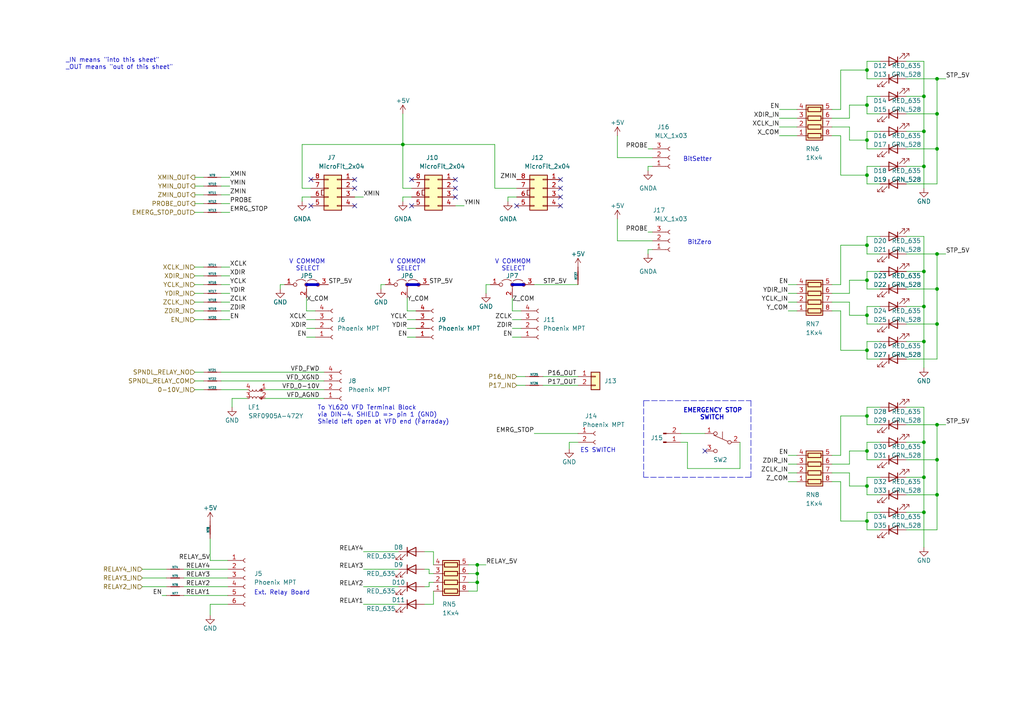
<source format=kicad_sch>
(kicad_sch (version 20211123) (generator eeschema)
  (paper "A4")
  (title_block (title "Shapeoko LPT Interface — Connector") (date "2022-06-02") (rev "2.0"))
  (junction (at 271.78 123.19))
  (junction (at 116.84 41.91))
  (junction (at 138.43 163.83))
  (junction (at 251.46 151.13))
  (junction (at 251.46 101.6))
  (junction (at 251.46 71.12))
  (junction (at 251.46 30.48))
  (junction (at 267.97 128.27))
  (junction (at 271.78 43.18))
  (junction (at 267.97 48.26))
  (junction (at 271.78 22.86))
  (junction (at 251.46 81.28))
  (junction (at 251.46 40.64))
  (junction (at 271.78 143.51))
  (junction (at 267.97 27.94))
  (junction (at 251.46 50.8))
  (junction (at 267.97 99.06))
  (junction (at 251.46 120.65))
  (junction (at 271.78 133.35))
  (junction (at 267.97 78.74))
  (junction (at 271.78 33.02))
  (junction (at 251.46 140.97))
  (junction (at 251.46 130.81))
  (junction (at 267.97 138.43))
  (junction (at 267.97 38.1))
  (junction (at 271.78 83.82))
  (junction (at 271.78 73.66))
  (junction (at 138.43 166.37))
  (junction (at 138.43 168.91))
  (junction (at 267.97 88.9))
  (junction (at 271.78 93.98))
  (junction (at 267.97 148.59))
  (junction (at 251.46 20.32))
  (junction (at 251.46 91.44))
  (no_connect (at 162.56 52.07))
  (no_connect (at 162.56 54.61))
  (no_connect (at 132.08 52.07))
  (no_connect (at 132.08 57.15))
  (no_connect (at 102.87 52.07))
  (no_connect (at 102.87 54.61))
  (no_connect (at 102.87 59.69))
  (no_connect (at 90.17 52.07))
  (no_connect (at 90.17 59.69))
  (no_connect (at 162.56 59.69))
  (no_connect (at 119.38 52.07))
  (no_connect (at 132.08 54.61))
  (no_connect (at 204.47 130.81))
  (no_connect (at 149.86 59.69))
  (no_connect (at 162.56 57.15))
  (no_connect (at 119.38 59.69))
  (wire (pts (xy 60.96 175.26) (xy 60.96 178.435)))
  (wire (pts (xy 60.96 156.21) (xy 60.96 162.56)))
  (wire (pts (xy 64.135 110.49) (xy 93.98 110.49)))
  (wire (pts (xy 251.46 148.59) (xy 251.46 151.13)))
  (polyline (pts (xy 148.59 82.55) (xy 151.892 82.55)) (stroke (width 0.8) (type solid)))
  (wire (pts (xy 231.14 139.7) (xy 228.6 139.7)))
  (wire (pts (xy 105.41 175.26) (xy 115.57 175.26)))
  (wire (pts (xy 228.6 132.08) (xy 231.14 132.08)))
  (wire (pts (xy 267.97 38.1) (xy 267.97 48.26)))
  (wire (pts (xy 148.59 95.25) (xy 151.13 95.25)))
  (wire (pts (xy 53.34 172.72) (xy 66.04 172.72)))
  (wire (pts (xy 88.9 95.25) (xy 91.44 95.25)))
  (wire (pts (xy 246.38 87.63) (xy 246.38 91.44)))
  (wire (pts (xy 267.97 128.27) (xy 267.97 138.43)))
  (wire (pts (xy 271.78 93.98) (xy 271.78 104.14)))
  (wire (pts (xy 228.6 82.55) (xy 231.14 82.55)))
  (wire (pts (xy 154.94 125.73) (xy 167.64 125.73)))
  (wire (pts (xy 262.89 78.74) (xy 267.97 78.74)))
  (wire (pts (xy 243.84 101.6) (xy 251.46 101.6)))
  (wire (pts (xy 255.27 99.06) (xy 251.46 99.06)))
  (wire (pts (xy 228.6 137.16) (xy 231.14 137.16)))
  (wire (pts (xy 132.08 59.69) (xy 134.62 59.69)))
  (wire (pts (xy 187.96 67.31) (xy 189.23 67.31)))
  (wire (pts (xy 267.97 17.78) (xy 267.97 27.94)))
  (wire (pts (xy 66.04 175.26) (xy 60.96 175.26)))
  (wire (pts (xy 148.59 97.79) (xy 151.13 97.79)))
  (wire (pts (xy 41.275 165.1) (xy 48.26 165.1)))
  (wire (pts (xy 102.87 57.15) (xy 105.41 57.15)))
  (wire (pts (xy 251.46 153.67) (xy 255.27 153.67)))
  (wire (pts (xy 231.14 90.17) (xy 228.6 90.17)))
  (wire (pts (xy 116.84 57.15) (xy 119.38 57.15)))
  (wire (pts (xy 251.46 91.44) (xy 251.46 93.98)))
  (wire (pts (xy 271.78 43.18) (xy 271.78 33.02)))
  (wire (pts (xy 179.07 39.37) (xy 179.07 45.72)))
  (wire (pts (xy 251.46 78.74) (xy 255.27 78.74)))
  (wire (pts (xy 241.3 31.75) (xy 243.84 31.75)))
  (wire (pts (xy 123.19 160.02) (xy 125.73 160.02)))
  (wire (pts (xy 251.46 22.86) (xy 251.46 20.32)))
  (wire (pts (xy 88.9 90.17) (xy 88.9 86.36)))
  (wire (pts (xy 255.27 138.43) (xy 251.46 138.43)))
  (wire (pts (xy 246.38 134.62) (xy 246.38 130.81)))
  (wire (pts (xy 251.46 140.97) (xy 251.46 143.51)))
  (wire (pts (xy 251.46 17.78) (xy 255.27 17.78)))
  (wire (pts (xy 271.78 153.67) (xy 262.89 153.67)))
  (wire (pts (xy 56.515 59.055) (xy 59.055 59.055)))
  (wire (pts (xy 124.46 168.91) (xy 125.73 168.91)))
  (wire (pts (xy 251.46 118.11) (xy 251.46 120.65)))
  (wire (pts (xy 271.78 22.86) (xy 262.89 22.86)))
  (wire (pts (xy 251.46 101.6) (xy 251.46 104.14)))
  (wire (pts (xy 251.46 68.58) (xy 251.46 71.12)))
  (wire (pts (xy 140.97 82.55) (xy 140.97 85.09)))
  (wire (pts (xy 262.89 33.02) (xy 271.78 33.02)))
  (wire (pts (xy 67.31 115.57) (xy 71.755 115.57)))
  (wire (pts (xy 135.89 166.37) (xy 138.43 166.37)))
  (wire (pts (xy 251.46 48.26) (xy 251.46 50.8)))
  (wire (pts (xy 251.46 138.43) (xy 251.46 140.97)))
  (wire (pts (xy 87.63 54.61) (xy 90.17 54.61)))
  (wire (pts (xy 267.97 48.26) (xy 267.97 54.61)))
  (wire (pts (xy 251.46 123.19) (xy 255.27 123.19)))
  (wire (pts (xy 64.135 92.71) (xy 66.675 92.71)))
  (wire (pts (xy 267.97 78.74) (xy 267.97 68.58)))
  (wire (pts (xy 110.49 82.55) (xy 111.76 82.55)))
  (wire (pts (xy 251.46 53.34) (xy 251.46 50.8)))
  (wire (pts (xy 243.84 90.17) (xy 243.84 101.6)))
  (wire (pts (xy 56.515 77.47) (xy 59.055 77.47)))
  (wire (pts (xy 262.89 17.78) (xy 267.97 17.78)))
  (wire (pts (xy 125.73 160.02) (xy 125.73 163.83)))
  (wire (pts (xy 246.38 40.64) (xy 251.46 40.64)))
  (wire (pts (xy 267.97 148.59) (xy 267.97 158.75)))
  (wire (pts (xy 267.97 88.9) (xy 267.97 99.06)))
  (wire (pts (xy 179.07 63.5) (xy 179.07 69.85)))
  (wire (pts (xy 251.46 130.81) (xy 251.46 128.27)))
  (wire (pts (xy 251.46 81.28) (xy 251.46 78.74)))
  (wire (pts (xy 251.46 133.35) (xy 251.46 130.81)))
  (wire (pts (xy 56.515 61.595) (xy 59.055 61.595)))
  (wire (pts (xy 241.3 134.62) (xy 246.38 134.62)))
  (wire (pts (xy 64.135 113.03) (xy 71.755 113.03)))
  (wire (pts (xy 251.46 143.51) (xy 255.27 143.51)))
  (wire (pts (xy 246.38 81.28) (xy 251.46 81.28)))
  (wire (pts (xy 255.27 88.9) (xy 251.46 88.9)))
  (wire (pts (xy 262.89 148.59) (xy 267.97 148.59)))
  (wire (pts (xy 87.63 41.91) (xy 87.63 54.61)))
  (wire (pts (xy 262.89 68.58) (xy 267.97 68.58)))
  (wire (pts (xy 105.41 170.18) (xy 115.57 170.18)))
  (wire (pts (xy 251.46 30.48) (xy 251.46 27.94)))
  (wire (pts (xy 251.46 27.94) (xy 255.27 27.94)))
  (wire (pts (xy 241.3 82.55) (xy 243.84 82.55)))
  (wire (pts (xy 246.38 140.97) (xy 251.46 140.97)))
  (wire (pts (xy 271.78 93.98) (xy 271.78 83.82)))
  (wire (pts (xy 105.41 165.1) (xy 115.57 165.1)))
  (wire (pts (xy 76.835 113.03) (xy 93.98 113.03)))
  (wire (pts (xy 274.32 22.86) (xy 271.78 22.86)))
  (wire (pts (xy 56.515 110.49) (xy 59.055 110.49)))
  (wire (pts (xy 88.9 92.71) (xy 91.44 92.71)))
  (wire (pts (xy 199.39 135.89) (xy 199.39 128.27)))
  (wire (pts (xy 46.99 172.72) (xy 48.26 172.72)))
  (wire (pts (xy 243.84 50.8) (xy 251.46 50.8)))
  (wire (pts (xy 241.3 85.09) (xy 246.38 85.09)))
  (wire (pts (xy 53.34 170.18) (xy 66.04 170.18)))
  (wire (pts (xy 110.49 83.82) (xy 110.49 82.55)))
  (wire (pts (xy 64.135 59.055) (xy 66.675 59.055)))
  (wire (pts (xy 87.63 57.15) (xy 90.17 57.15)))
  (wire (pts (xy 255.27 148.59) (xy 251.46 148.59)))
  (wire (pts (xy 56.515 82.55) (xy 59.055 82.55)))
  (wire (pts (xy 157.48 111.76) (xy 167.64 111.76)))
  (wire (pts (xy 64.135 87.63) (xy 66.675 87.63)))
  (wire (pts (xy 64.135 77.47) (xy 66.675 77.47)))
  (wire (pts (xy 271.78 143.51) (xy 271.78 153.67)))
  (wire (pts (xy 125.73 175.26) (xy 125.73 171.45)))
  (wire (pts (xy 226.06 31.75) (xy 231.14 31.75)))
  (wire (pts (xy 271.78 33.02) (xy 271.78 22.86)))
  (wire (pts (xy 148.59 92.71) (xy 151.13 92.71)))
  (wire (pts (xy 56.515 51.435) (xy 59.055 51.435)))
  (wire (pts (xy 243.84 20.32) (xy 251.46 20.32)))
  (wire (pts (xy 135.89 163.83) (xy 138.43 163.83)))
  (wire (pts (xy 251.46 128.27) (xy 255.27 128.27)))
  (wire (pts (xy 123.19 165.1) (xy 124.46 165.1)))
  (wire (pts (xy 246.38 137.16) (xy 246.38 140.97)))
  (wire (pts (xy 262.89 83.82) (xy 271.78 83.82)))
  (wire (pts (xy 56.515 80.01) (xy 59.055 80.01)))
  (wire (pts (xy 228.6 85.09) (xy 231.14 85.09)))
  (wire (pts (xy 147.32 58.42) (xy 147.32 57.15)))
  (wire (pts (xy 154.94 82.55) (xy 167.64 82.55)))
  (wire (pts (xy 251.46 33.02) (xy 255.27 33.02)))
  (wire (pts (xy 41.275 167.64) (xy 48.26 167.64)))
  (wire (pts (xy 243.84 39.37) (xy 243.84 50.8)))
  (wire (pts (xy 262.89 123.19) (xy 271.78 123.19)))
  (wire (pts (xy 251.46 22.86) (xy 255.27 22.86)))
  (wire (pts (xy 262.89 128.27) (xy 267.97 128.27)))
  (wire (pts (xy 243.84 31.75) (xy 243.84 20.32)))
  (wire (pts (xy 262.89 104.14) (xy 271.78 104.14)))
  (wire (pts (xy 262.89 48.26) (xy 267.97 48.26)))
  (wire (pts (xy 64.135 61.595) (xy 66.675 61.595)))
  (wire (pts (xy 197.485 125.73) (xy 204.47 125.73)))
  (wire (pts (xy 267.97 88.9) (xy 267.97 78.74)))
  (wire (pts (xy 81.28 83.82) (xy 81.28 82.55)))
  (wire (pts (xy 251.46 68.58) (xy 255.27 68.58)))
  (wire (pts (xy 149.86 109.22) (xy 152.4 109.22)))
  (wire (pts (xy 187.96 43.18) (xy 189.23 43.18)))
  (wire (pts (xy 56.515 56.515) (xy 59.055 56.515)))
  (wire (pts (xy 271.78 123.19) (xy 274.32 123.19)))
  (wire (pts (xy 262.89 93.98) (xy 271.78 93.98)))
  (wire (pts (xy 53.34 165.1) (xy 66.04 165.1)))
  (wire (pts (xy 64.135 53.975) (xy 66.675 53.975)))
  (wire (pts (xy 226.06 36.83) (xy 231.14 36.83)))
  (wire (pts (xy 262.89 118.11) (xy 267.97 118.11)))
  (wire (pts (xy 147.32 57.15) (xy 149.86 57.15)))
  (wire (pts (xy 251.46 43.18) (xy 251.46 40.64)))
  (wire (pts (xy 81.28 82.55) (xy 82.55 82.55)))
  (wire (pts (xy 140.97 82.55) (xy 142.24 82.55)))
  (polyline (pts (xy 186.69 116.205) (xy 186.69 138.43)))
  (wire (pts (xy 87.63 58.42) (xy 87.63 57.15)))
  (wire (pts (xy 251.46 71.12) (xy 251.46 73.66)))
  (wire (pts (xy 255.27 118.11) (xy 251.46 118.11)))
  (wire (pts (xy 143.51 54.61) (xy 149.86 54.61)))
  (wire (pts (xy 241.3 139.7) (xy 243.84 139.7)))
  (wire (pts (xy 116.84 58.42) (xy 116.84 57.15)))
  (wire (pts (xy 64.135 51.435) (xy 66.675 51.435)))
  (wire (pts (xy 251.46 88.9) (xy 251.46 91.44)))
  (wire (pts (xy 64.135 85.09) (xy 66.675 85.09)))
  (wire (pts (xy 262.89 99.06) (xy 267.97 99.06)))
  (wire (pts (xy 251.46 40.64) (xy 251.46 38.1)))
  (wire (pts (xy 56.515 53.975) (xy 59.055 53.975)))
  (wire (pts (xy 228.6 134.62) (xy 231.14 134.62)))
  (wire (pts (xy 271.78 123.19) (xy 271.78 133.35)))
  (wire (pts (xy 241.3 132.08) (xy 243.84 132.08)))
  (wire (pts (xy 41.275 170.18) (xy 48.26 170.18)))
  (wire (pts (xy 123.19 170.18) (xy 124.46 170.18)))
  (wire (pts (xy 66.04 162.56) (xy 60.96 162.56)))
  (wire (pts (xy 241.3 137.16) (xy 246.38 137.16)))
  (wire (pts (xy 255.27 133.35) (xy 251.46 133.35)))
  (wire (pts (xy 251.46 120.65) (xy 251.46 123.19)))
  (wire (pts (xy 271.78 53.34) (xy 271.78 43.18)))
  (wire (pts (xy 88.9 90.17) (xy 91.44 90.17)))
  (wire (pts (xy 124.46 170.18) (xy 124.46 168.91)))
  (wire (pts (xy 118.11 95.25) (xy 120.65 95.25)))
  (wire (pts (xy 149.86 111.76) (xy 152.4 111.76)))
  (wire (pts (xy 138.43 166.37) (xy 138.43 168.91)))
  (wire (pts (xy 105.41 160.02) (xy 115.57 160.02)))
  (wire (pts (xy 64.135 107.95) (xy 93.98 107.95)))
  (wire (pts (xy 246.38 85.09) (xy 246.38 81.28)))
  (polyline (pts (xy 217.805 138.43) (xy 186.69 138.43)))
  (wire (pts (xy 243.84 132.08) (xy 243.84 120.65)))
  (wire (pts (xy 262.89 138.43) (xy 267.97 138.43)))
  (wire (pts (xy 64.135 56.515) (xy 66.675 56.515)))
  (wire (pts (xy 241.3 90.17) (xy 243.84 90.17)))
  (wire (pts (xy 267.97 99.06) (xy 267.97 106.68)))
  (wire (pts (xy 148.59 90.17) (xy 151.13 90.17)))
  (wire (pts (xy 246.38 34.29) (xy 246.38 30.48)))
  (wire (pts (xy 251.46 33.02) (xy 251.46 30.48)))
  (wire (pts (xy 179.07 69.85) (xy 189.23 69.85)))
  (wire (pts (xy 165.1 128.27) (xy 167.64 128.27)))
  (wire (pts (xy 124.46 166.37) (xy 125.73 166.37)))
  (wire (pts (xy 241.3 39.37) (xy 243.84 39.37)))
  (wire (pts (xy 262.89 133.35) (xy 271.78 133.35)))
  (wire (pts (xy 88.9 97.79) (xy 91.44 97.79)))
  (wire (pts (xy 118.11 97.79) (xy 120.65 97.79)))
  (wire (pts (xy 116.84 41.91) (xy 116.84 54.61)))
  (wire (pts (xy 76.835 115.57) (xy 93.98 115.57)))
  (wire (pts (xy 135.89 171.45) (xy 138.43 171.45)))
  (wire (pts (xy 64.135 80.01) (xy 66.675 80.01)))
  (wire (pts (xy 226.06 34.29) (xy 231.14 34.29)))
  (wire (pts (xy 255.27 83.82) (xy 251.46 83.82)))
  (wire (pts (xy 124.46 165.1) (xy 124.46 166.37)))
  (wire (pts (xy 118.11 92.71) (xy 120.65 92.71)))
  (wire (pts (xy 262.89 53.34) (xy 271.78 53.34)))
  (wire (pts (xy 123.19 175.26) (xy 125.73 175.26)))
  (wire (pts (xy 118.11 86.36) (xy 118.11 90.17)))
  (wire (pts (xy 262.89 38.1) (xy 267.97 38.1)))
  (wire (pts (xy 143.51 41.91) (xy 116.84 41.91)))
  (wire (pts (xy 187.96 72.39) (xy 189.23 72.39)))
  (wire (pts (xy 267.97 118.11) (xy 267.97 128.27)))
  (polyline (pts (xy 88.9 82.55) (xy 92.202 82.55)) (stroke (width 0.8) (type solid)))
  (wire (pts (xy 271.78 133.35) (xy 271.78 143.51)))
  (wire (pts (xy 116.84 54.61) (xy 119.38 54.61)))
  (wire (pts (xy 251.46 93.98) (xy 255.27 93.98)))
  (wire (pts (xy 262.89 73.66) (xy 271.78 73.66)))
  (wire (pts (xy 243.84 120.65) (xy 251.46 120.65)))
  (wire (pts (xy 246.38 36.83) (xy 246.38 40.64)))
  (wire (pts (xy 251.46 38.1) (xy 255.27 38.1)))
  (wire (pts (xy 251.46 83.82) (xy 251.46 81.28)))
  (wire (pts (xy 187.96 73.66) (xy 187.96 72.39)))
  (wire (pts (xy 251.46 73.66) (xy 255.27 73.66)))
  (wire (pts (xy 228.6 87.63) (xy 231.14 87.63)))
  (wire (pts (xy 53.34 167.64) (xy 66.04 167.64)))
  (wire (pts (xy 262.89 143.51) (xy 271.78 143.51)))
  (wire (pts (xy 214.63 128.27) (xy 214.63 135.89)))
  (wire (pts (xy 241.3 36.83) (xy 246.38 36.83)))
  (wire (pts (xy 243.84 82.55) (xy 243.84 71.12)))
  (wire (pts (xy 64.135 82.55) (xy 66.675 82.55)))
  (wire (pts (xy 199.39 128.27) (xy 197.485 128.27)))
  (wire (pts (xy 255.27 53.34) (xy 251.46 53.34)))
  (wire (pts (xy 271.78 73.66) (xy 274.32 73.66)))
  (wire (pts (xy 56.515 90.17) (xy 59.055 90.17)))
  (wire (pts (xy 138.43 163.83) (xy 140.97 163.83)))
  (wire (pts (xy 251.46 104.14) (xy 255.27 104.14)))
  (wire (pts (xy 56.515 92.71) (xy 59.055 92.71)))
  (wire (pts (xy 165.1 130.175) (xy 165.1 128.27)))
  (wire (pts (xy 267.97 138.43) (xy 267.97 148.59)))
  (wire (pts (xy 243.84 71.12) (xy 251.46 71.12)))
  (wire (pts (xy 214.63 135.89) (xy 199.39 135.89)))
  (wire (pts (xy 246.38 30.48) (xy 251.46 30.48)))
  (polyline (pts (xy 186.69 116.205) (xy 217.805 116.205)))
  (wire (pts (xy 226.06 39.37) (xy 231.14 39.37)))
  (wire (pts (xy 243.84 151.13) (xy 251.46 151.13)))
  (wire (pts (xy 271.78 83.82) (xy 271.78 73.66)))
  (wire (pts (xy 56.515 113.03) (xy 59.055 113.03)))
  (wire (pts (xy 64.135 90.17) (xy 66.675 90.17)))
  (wire (pts (xy 187.96 49.53) (xy 187.96 48.26)))
  (wire (pts (xy 148.59 86.36) (xy 148.59 90.17)))
  (wire (pts (xy 118.11 90.17) (xy 120.65 90.17)))
  (wire (pts (xy 116.84 33.02) (xy 116.84 41.91)))
  (wire (pts (xy 243.84 139.7) (xy 243.84 151.13)))
  (wire (pts (xy 187.96 48.26) (xy 189.23 48.26)))
  (wire (pts (xy 262.89 43.18) (xy 271.78 43.18)))
  (wire (pts (xy 251.46 99.06) (xy 251.46 101.6)))
  (wire (pts (xy 143.51 54.61) (xy 143.51 41.91)))
  (wire (pts (xy 56.515 107.95) (xy 59.055 107.95)))
  (wire (pts (xy 262.89 88.9) (xy 267.97 88.9)))
  (wire (pts (xy 87.63 41.91) (xy 116.84 41.91)))
  (wire (pts (xy 135.89 168.91) (xy 138.43 168.91)))
  (wire (pts (xy 246.38 130.81) (xy 251.46 130.81)))
  (wire (pts (xy 246.38 91.44) (xy 251.46 91.44)))
  (wire (pts (xy 157.48 109.22) (xy 167.64 109.22)))
  (wire (pts (xy 138.43 168.91) (xy 138.43 171.45)))
  (wire (pts (xy 267.97 27.94) (xy 267.97 38.1)))
  (wire (pts (xy 67.31 118.11) (xy 67.31 115.57)))
  (wire (pts (xy 179.07 45.72) (xy 189.23 45.72)))
  (wire (pts (xy 255.27 48.26) (xy 251.46 48.26)))
  (wire (pts (xy 138.43 163.83) (xy 138.43 166.37)))
  (wire (pts (xy 56.515 87.63) (xy 59.055 87.63)))
  (wire (pts (xy 251.46 151.13) (xy 251.46 153.67)))
  (wire (pts (xy 241.3 87.63) (xy 246.38 87.63)))
  (wire (pts (xy 251.46 20.32) (xy 251.46 17.78)))
  (wire (pts (xy 251.46 43.18) (xy 255.27 43.18)))
  (wire (pts (xy 262.89 27.94) (xy 267.97 27.94)))
  (polyline (pts (xy 217.805 116.205) (xy 217.805 138.43)))
  (wire (pts (xy 56.515 85.09) (xy 59.055 85.09)))
  (polyline (pts (xy 118.11 82.55) (xy 121.412 82.55)) (stroke (width 0.8) (type solid)))
  (wire (pts (xy 241.3 34.29) (xy 246.38 34.29)))
  (text "BitZero" (at 199.39 71.12 0) (effects (font (size 1.27 1.27)) (justify left bottom)))
  (text "BitSetter" (at 198.12 46.99 0) (effects (font (size 1.27 1.27)) (justify left bottom)))
  (text "To YL620 VFD Terminal Block\nvia DIN-4. SHIELD => pin 1 (GND)\nShield left open at VFD end (Farraday)" (at 92.075 123.19 0) (effects (font (size 1.27 1.27)) (justify left bottom)))
  (text "Ext. Relay Board" (at 73.66 172.72 0) (effects (font (size 1.27 1.27)) (justify left bottom)))
  (text "ES SWITCH" (at 168.275 131.445 0) (effects (font (size 1.27 1.27)) (justify left bottom)))
  (text "V COMMOM\n  SELECT" (at 143.51 78.74 0) (effects (font (size 1.27 1.27)) (justify left bottom)))
  (text "V COMMOM\n  SELECT" (at 113.03 78.74 0) (effects (font (size 1.27 1.27)) (justify left bottom)))
  (text "EMERGENCY STOP\n     SWITCH" (at 198.12 121.92 0) (effects (font (size 1.27 1.27) (thickness 0.254) bold) (justify left bottom)))
  (text "_IN means \"into this sheet\"\n_OUT means \"out of this sheet\"" (at 19.05 20.32 0) (effects (font (size 1.27 1.27)) (justify left bottom)))
  (text "V COMMOM\n  SELECT" (at 83.82 78.74 0) (effects (font (size 1.27 1.27)) (justify left bottom)))
  (label "ZDIR" (at 148.59 95.25 180))
  (label "RELAY4" (at 60.96 165.1 180))
  (label "PROBE" (at 66.675 59.055 0))
  (label "P16_OUT" (at 158.75 109.22 0))
  (label "XMIN" (at 66.675 51.435 0))
  (label "VFD_AGND" (at 92.71 115.57 180))
  (label "ZMIN" (at 149.86 52.07 180))
  (label "RELAY3" (at 105.41 165.1 180))
  (label "RELAY_5V" (at 60.96 162.56 180))
  (label "RELAY1" (at 105.41 175.26 180))
  (label "RELAY_5V" (at 140.97 163.83 0))
  (label "ZCLK_IN" (at 228.6 137.16 180))
  (label "PROBE" (at 187.96 67.31 180))
  (label "X_COM" (at 88.9 87.63 0))
  (label "P17_OUT" (at 158.75 111.76 0))
  (label "Z_COM" (at 148.59 87.63 0))
  (label "XDIR" (at 88.9 95.25 180))
  (label "STP_5V" (at 274.32 123.19 0))
  (label "XCLK" (at 66.675 77.47 0))
  (label "XDIR" (at 66.675 80.01 0))
  (label "RELAY3" (at 60.96 167.64 180))
  (label "EN" (at 228.6 132.08 180))
  (label "XCLK" (at 88.9 92.71 180))
  (label "EN" (at 228.6 82.55 180))
  (label "Z_COM" (at 228.6 139.7 180))
  (label "EN" (at 46.99 172.72 180))
  (label "PROBE" (at 187.96 43.18 180))
  (label "ZCLK" (at 66.675 87.63 0))
  (label "STP_5V" (at 124.46 82.55 0))
  (label "RELAY4" (at 105.41 160.02 180))
  (label "STP_5V" (at 274.32 73.66 0))
  (label "ZMIN" (at 66.675 56.515 0))
  (label "Y_COM" (at 118.11 87.63 0))
  (label "ZDIR_IN" (at 228.6 134.62 180))
  (label "STP_5V" (at 95.25 82.55 0))
  (label "Y_COM" (at 228.6 90.17 180))
  (label "ZDIR" (at 66.675 90.17 0))
  (label "YCLK" (at 66.675 82.55 0))
  (label "XCLK_IN" (at 226.06 36.83 180))
  (label "STP_5V" (at 157.48 82.55 0))
  (label "ZCLK" (at 148.59 92.71 180))
  (label "VFD_XGND" (at 92.71 110.49 180))
  (label "YDIR" (at 118.11 95.25 180))
  (label "XDIR_IN" (at 226.06 34.29 180))
  (label "YDIR_IN" (at 228.6 85.09 180))
  (label "YDIR" (at 66.675 85.09 0))
  (label "VFD_0-10V" (at 92.71 113.03 180))
  (label "RELAY1" (at 60.96 172.72 180))
  (label "XMIN" (at 105.41 57.15 0))
  (label "EMRG_STOP" (at 154.94 125.73 180))
  (label "YCLK" (at 118.11 92.71 180))
  (label "EMRG_STOP" (at 66.675 61.595 0))
  (label "EN" (at 118.11 97.79 180))
  (label "STP_5V" (at 274.32 22.86 0))
  (label "YMIN" (at 66.675 53.975 0))
  (label "EN" (at 148.59 97.79 180))
  (label "YMIN" (at 134.62 59.69 0))
  (label "EN" (at 226.06 31.75 180))
  (label "RELAY2" (at 60.96 170.18 180))
  (label "EN" (at 66.675 92.71 0))
  (label "X_COM" (at 226.06 39.37 180))
  (label "YCLK_IN" (at 228.6 87.63 180))
  (label "VFD_FWD" (at 92.71 107.95 180))
  (label "RELAY2" (at 105.41 170.18 180))
  (label "EN" (at 88.9 97.79 180))
  (hierarchical_label "YDIR_IN" (shape input) (at 56.515 85.09 180))
  (hierarchical_label "ZDIR_IN" (shape input) (at 56.515 90.17 180))
  (hierarchical_label "RELAY2_IN" (shape input) (at 41.275 170.18 180))
  (hierarchical_label "P16_IN" (shape input) (at 149.86 109.22 180))
  (hierarchical_label "P17_IN" (shape input) (at 149.86 111.76 180))
  (hierarchical_label "ZCLK_IN" (shape input) (at 56.515 87.63 180))
  (hierarchical_label "XDIR_IN" (shape input) (at 56.515 80.01 180))
  (hierarchical_label "SPNDL_RELAY_COM" (shape input) (at 56.515 110.49 180))
  (hierarchical_label "YMIN_OUT" (shape output) (at 56.515 53.975 180))
  (hierarchical_label "SPNDL_RELAY_NO" (shape input) (at 56.515 107.95 180))
  (hierarchical_label "EN_IN" (shape input) (at 56.515 92.71 180))
  (hierarchical_label "0-10V_IN" (shape input) (at 56.515 113.03 180))
  (hierarchical_label "YCLK_IN" (shape input) (at 56.515 82.55 180))
  (hierarchical_label "EMERG_STOP_OUT" (shape input) (at 56.515 61.595 180))
  (hierarchical_label "ZMIN_OUT" (shape output) (at 56.515 56.515 180))
  (hierarchical_label "XMIN_OUT" (shape output) (at 56.515 51.435 180))
  (hierarchical_label "RELAY4_IN" (shape input) (at 41.275 165.1 180))
  (hierarchical_label "RELAY3_IN" (shape input) (at 41.275 167.64 180))
  (hierarchical_label "XCLK_IN" (shape input) (at 56.515 77.47 180))
  (hierarchical_label "PROBE_OUT" (shape output) (at 56.515 59.055 180))
  (symbol (lib_id "Device:LED") (at 259.08 133.35 0) (unit 1)
    (property "Reference" "D31" (at 255.27 132.08 0))
    (property "Value" "GRN_528" (at 262.89 132.08 0))
    (property "Footprint" "-Project:LED_0402_DOT" (effects hide))
    (property "JLCMFR#" "NCD0402G1" (effects hide))
    (property "JLCMOQ" "20" (effects hide))
    (property "JLCPART" "C130723" (effects hide))
    (property "E14MFR#" "5988A80107F" (effects hide))
    (property "E14MOQ" "5" (effects hide))
    (property "E14PART" "3131550" (effects hide))
  )
  (symbol (lib_id "Jumper:Jumper_3_Open") (at 88.9 82.55 0) (unit 1)
    (property "Reference" "JP5" (at 88.9 80.01 0))
    (property "Value" "Jumper_3_Open" (effects hide))
    (property "Footprint" "Connector_PinHeader_2.54mm:PinHeader_1x03_P2.54mm_Vertical" (effects hide))
    (property "JLCMFR#" "DNI" (effects hide))
    (property "JLCPART" "DNI" (effects hide))
    (property "E14MOQ" "0" (effects hide))
    (property "JLCMOQ" "0" (effects hide))
    (property "E14MFR#" "DNI" (effects hide))
    (property "E14PART" "DNI" (effects hide))
  )
  (symbol (lib_id "Device:LED") (at 259.08 22.86 0) (unit 1)
    (property "Reference" "D13" (at 255.27 21.59 0))
    (property "Value" "GRN_528" (at 262.89 21.59 0))
    (property "Footprint" "-Project:LED_0402_DOT" (effects hide))
    (property "JLCMFR#" "NCD0402G1" (effects hide))
    (property "JLCMOQ" "20" (effects hide))
    (property "JLCPART" "C130723" (effects hide))
    (property "E14MFR#" "5988A80107F" (effects hide))
    (property "E14MOQ" "5" (effects hide))
    (property "E14PART" "3131550" (effects hide))
  )
  (symbol (lib_id "power:GND") (at 67.31 118.11 0) (unit 1)
    (property "Reference" "#PWR042" (effects hide))
    (property "Value" "GND" (at 67.31 121.92 0))
  )
  (symbol (lib_id "3rd-party:NT_2_TT") (at 154.94 109.22 0) (unit 1)
    (property "Reference" "NT25" (at 154.94 108.62 0) (effects (font (size 0.6 0.6))))
    (property "Value" "DNI" (effects hide))
    (property "Footprint" "-Project:NetTie-2_SMD_Pad0.3mm" (effects hide))
    (property "E14MFR#" "DNI" (effects hide))
    (property "JLCMFR#" "DNI" (effects hide))
    (property "JLCPART" "DNI" (effects hide))
    (property "E14MOQ" "0" (effects hide))
    (property "E14PART" "DNI" (effects hide))
    (property "JLCMOQ" "0" (effects hide))
  )
  (symbol (lib_id "3rd-party:NT_2_TT") (at 50.8 172.72 0) (unit 1)
    (property "Reference" "NT7" (at 50.8 172.12 0) (effects (font (size 0.6 0.6))))
    (property "Value" "DNI" (effects hide))
    (property "Footprint" "-Project:NetTie-2_SMD_Pad0.3mm" (effects hide))
    (property "E14MFR#" "DNI" (effects hide))
    (property "JLCMFR#" "DNI" (effects hide))
    (property "JLCPART" "DNI" (effects hide))
    (property "E14MOQ" "0" (effects hide))
    (property "E14PART" "DNI" (effects hide))
    (property "JLCMOQ" "0" (effects hide))
  )
  (symbol (lib_id "3rd-party:NT_2_TT") (at 61.595 51.435 0) (unit 1)
    (property "Reference" "NT9" (at 61.595 50.835 0) (effects (font (size 0.6 0.6))))
    (property "Value" "DNI" (effects hide))
    (property "Footprint" "-Project:NetTie-2_SMD_Pad0.3mm" (effects hide))
    (property "E14MFR#" "DNI" (effects hide))
    (property "JLCMFR#" "DNI" (effects hide))
    (property "JLCPART" "DNI" (effects hide))
    (property "E14MOQ" "0" (effects hide))
    (property "E14PART" "DNI" (effects hide))
    (property "JLCMOQ" "0" (effects hide))
  )
  (symbol (lib_id "Device:LED") (at 119.38 170.18 0) (unit 1)
    (property "Reference" "D10" (at 115.57 168.91 0))
    (property "Value" "RED_635" (at 110.49 171.45 0))
    (property "Footprint" "-Project:LED_0402_DOT" (effects hide))
    (property "JLCMFR#" "NCD0402R1" (effects hide))
    (property "JLCMOQ" "20" (effects hide))
    (property "JLCPART" "C130719" (effects hide))
    (property "E14MFR#" "5988A10107F" (effects hide))
    (property "E14MOQ" "5" (effects hide))
    (property "E14PART" "3131545" (effects hide))
  )
  (symbol (lib_id "power:GNDA") (at 147.32 58.42 0) (unit 1)
    (property "Reference" "#PWR063" (effects hide))
    (property "Value" "GNDA" (at 147.32 63.5 0))
  )
  (symbol (lib_id "3rd-party:NT_2_TT") (at 50.8 170.18 0) (unit 1)
    (property "Reference" "NT6" (at 50.8 169.58 0) (effects (font (size 0.6 0.6))))
    (property "Value" "DNI" (effects hide))
    (property "Footprint" "-Project:NetTie-2_SMD_Pad0.3mm" (effects hide))
    (property "E14MFR#" "DNI" (effects hide))
    (property "JLCMFR#" "DNI" (effects hide))
    (property "JLCPART" "DNI" (effects hide))
    (property "E14MOQ" "0" (effects hide))
    (property "E14PART" "DNI" (effects hide))
    (property "JLCMOQ" "0" (effects hide))
  )
  (symbol (lib_id "3rd-party:NT_2_TT") (at 167.64 80.01 90) (unit 1)
    (property "Reference" "NT27" (at 167.04 80.01 0) (effects (font (size 0.6 0.6))))
    (property "Value" "DNI" (effects hide))
    (property "Footprint" "-Project:NetTie-2_SMD_Pad1.0mm" (effects hide))
    (property "E14MFR#" "DNI" (effects hide))
    (property "JLCMFR#" "DNI" (effects hide))
    (property "JLCPART" "DNI" (effects hide))
    (property "E14MOQ" "0" (effects hide))
    (property "E14PART" "DNI" (effects hide))
    (property "JLCMOQ" "0" (effects hide))
  )
  (symbol (lib_id "Device:LED") (at 119.38 160.02 0) (unit 1)
    (property "Reference" "D8" (at 115.57 158.75 0))
    (property "Value" "RED_635" (at 110.49 161.29 0))
    (property "Footprint" "-Project:LED_0402_DOT" (effects hide))
    (property "JLCMFR#" "NCD0402R1" (effects hide))
    (property "JLCMOQ" "20" (effects hide))
    (property "JLCPART" "C130719" (effects hide))
    (property "E14MFR#" "5988A10107F" (effects hide))
    (property "E14MOQ" "5" (effects hide))
    (property "E14PART" "3131545" (effects hide))
  )
  (symbol (lib_id "power:GND") (at 267.97 158.75 0) (unit 1)
    (property "Reference" "#PWR058" (effects hide))
    (property "Value" "GND" (at 267.97 162.56 0))
  )
  (symbol (lib_id "power:+5V") (at 60.96 151.13 0) (unit 1)
    (property "Reference" "#PWR040" (effects hide))
    (property "Value" "+5V" (at 60.96 147.32 0))
  )
  (symbol (lib_id "3rd-party:NT_2_TT") (at 61.595 77.47 0) (unit 1)
    (property "Reference" "NT14" (at 61.595 76.87 0) (effects (font (size 0.6 0.6))))
    (property "Value" "DNI" (effects hide))
    (property "Footprint" "-Project:NetTie-2_SMD_Pad0.3mm" (effects hide))
    (property "E14MFR#" "DNI" (effects hide))
    (property "JLCMFR#" "DNI" (effects hide))
    (property "JLCPART" "DNI" (effects hide))
    (property "E14MOQ" "0" (effects hide))
    (property "E14PART" "DNI" (effects hide))
    (property "JLCMOQ" "0" (effects hide))
  )
  (symbol (lib_id "3rd-party:NT_2_TT") (at 61.595 85.09 0) (unit 1)
    (property "Reference" "NT17" (at 61.595 84.49 0) (effects (font (size 0.6 0.6))))
    (property "Value" "DNI" (effects hide))
    (property "Footprint" "-Project:NetTie-2_SMD_Pad0.3mm" (effects hide))
    (property "E14MFR#" "DNI" (effects hide))
    (property "JLCMFR#" "DNI" (effects hide))
    (property "JLCPART" "DNI" (effects hide))
    (property "E14MOQ" "0" (effects hide))
    (property "E14PART" "DNI" (effects hide))
    (property "JLCMOQ" "0" (effects hide))
  )
  (symbol (lib_id "Device:LED") (at 259.08 83.82 0) (unit 1)
    (property "Reference" "D23" (at 255.27 80.01 0))
    (property "Value" "GRN_528" (at 262.89 82.55 0))
    (property "Footprint" "-Project:LED_0402_DOT" (effects hide))
    (property "JLCMFR#" "NCD0402G1" (effects hide))
    (property "JLCMOQ" "20" (effects hide))
    (property "JLCPART" "C130723" (effects hide))
    (property "E14MFR#" "5988A80107F" (effects hide))
    (property "E14MOQ" "5" (effects hide))
    (property "E14PART" "3131550" (effects hide))
  )
  (symbol (lib_id "3rd-party:NT_2_TT") (at 50.8 167.64 0) (unit 1)
    (property "Reference" "NT5" (at 50.8 167.04 0) (effects (font (size 0.6 0.6))))
    (property "Value" "DNI" (effects hide))
    (property "Footprint" "-Project:NetTie-2_SMD_Pad0.3mm" (effects hide))
    (property "E14MFR#" "DNI" (effects hide))
    (property "JLCMFR#" "DNI" (effects hide))
    (property "JLCPART" "DNI" (effects hide))
    (property "E14MOQ" "0" (effects hide))
    (property "E14PART" "DNI" (effects hide))
    (property "JLCMOQ" "0" (effects hide))
  )
  (symbol (lib_id "3rd-party:MicroFit_3mm_02x04") (at 157.48 54.61 0) (mirror y) (unit 1)
    (property "Reference" "J12" (at 155.8425 45.72 0))
    (property "Value" "MicroFit_2x04" (at 158.75 48.26 0))
    (property "Footprint" "Connector_Molex:Molex_Micro-Fit_3.0_43045-0812_2x04_P3.00mm_Vertical" (effects hide))
    (property "Datasheet" "https://www.farnell.com/datasheets/2696411.pdf" (effects hide))
    (property "E14PART" "1513893" (effects hide))
    (property "JLCMFR#" "538-43045-1027" (effects hide))
    (property "E14MFR#" "43045-1027" (effects hide))
    (property "JLCPART" "Mouser" (effects hide))
    (property "E14MOQ" "1" (effects hide))
    (property "JLCMOQ" "1" (effects hide))
  )
  (symbol (lib_id "power:GNDA") (at 87.63 58.42 0) (unit 1)
    (property "Reference" "#PWR055" (effects hide))
    (property "Value" "GNDA" (at 87.63 63.5 0))
  )
  (symbol (lib_id "Connector:Conn_01x03_Female") (at 194.31 69.85 0) (mirror x) (unit 1)
    (property "Reference" "J17" (at 191.135 60.96 0))
    (property "Value" "MLX_1x03" (at 189.865 63.5 0) (effects (justify left)))
    (property "Footprint" "Connector_Molex:Molex_KK-254_AE-6410-03A_1x03_P2.54mm_Vertical" (effects hide))
    (property "Datasheet" "https://www.farnell.com/datasheets/1859751.pdf" (effects hide))
    (property "E14PART" "1462950" (effects hide))
    (property "JLCMFR#" "22232031" (effects hide))
    (property "E14MFR#" "22-23-2031" (effects hide))
    (property "E14MOQ" "1" (effects hide))
    (property "JLCMOQ" "1" (effects hide))
    (property "JLCPART" "C234181" (effects hide))
  )
  (symbol (lib_id "power:GNDA") (at 187.96 49.53 0) (unit 1)
    (property "Reference" "#PWR064" (effects hide))
    (property "Value" "GNDA" (at 187.96 54.61 0))
  )
  (symbol (lib_id "Device:LED") (at 119.38 165.1 0) (unit 1)
    (property "Reference" "D9" (at 115.57 163.83 0))
    (property "Value" "RED_635" (at 110.49 166.37 0))
    (property "Footprint" "-Project:LED_0402_DOT" (effects hide))
    (property "JLCMFR#" "NCD0402R1" (effects hide))
    (property "JLCMOQ" "20" (effects hide))
    (property "JLCPART" "C130719" (effects hide))
    (property "E14MFR#" "5988A10107F" (effects hide))
    (property "E14MOQ" "5" (effects hide))
    (property "E14PART" "3131545" (effects hide))
  )
  (symbol (lib_id "Device:LED") (at 259.08 88.9 180) (unit 1)
    (property "Reference" "D24" (at 255.27 90.17 0))
    (property "Value" "RED_635" (at 262.89 90.17 0))
    (property "Footprint" "-Project:LED_0402_DOT" (effects hide))
    (property "JLCMFR#" "NCD0402R1" (effects hide))
    (property "JLCMOQ" "20" (effects hide))
    (property "JLCPART" "C130719" (effects hide))
    (property "E14MFR#" "5988A10107F" (effects hide))
    (property "E14MOQ" "5" (effects hide))
    (property "E14PART" "3131545" (effects hide))
  )
  (symbol (lib_id "Device:R_Pack04") (at 236.22 85.09 270) (mirror x) (unit 1)
    (property "Reference" "RN7" (at 233.68 93.98 90) (effects (justify left)))
    (property "Value" "1Kx4" (at 233.68 96.52 90) (effects (justify left)))
    (property "Footprint" "Resistor_SMD:R_Array_Convex_4x0603" (effects hide))
    (property "E14MOQ" "10" (effects hide))
    (property "JLCMFR#" "4D03WGJ0102T5E" (effects hide))
    (property "JLCPART" "C20197" (effects hide))
    (property "JLCMOQ" "20" (effects hide))
    (property "E14MFR#" "MP005637" (effects hide))
    (property "E14PART" "3550064" (effects hide))
  )
  (symbol (lib_id "3rd-party:NT_2_TT") (at 50.8 165.1 0) (unit 1)
    (property "Reference" "NT4" (at 50.8 164.5 0) (effects (font (size 0.6 0.6))))
    (property "Value" "DNI" (effects hide))
    (property "Footprint" "-Project:NetTie-2_SMD_Pad0.3mm" (effects hide))
    (property "E14MFR#" "DNI" (effects hide))
    (property "JLCMFR#" "DNI" (effects hide))
    (property "JLCPART" "DNI" (effects hide))
    (property "E14MOQ" "0" (effects hide))
    (property "E14PART" "DNI" (effects hide))
    (property "JLCMOQ" "0" (effects hide))
  )
  (symbol (lib_id "3rd-party:NT_2_TT") (at 61.595 92.71 0) (unit 1)
    (property "Reference" "NT20" (at 61.595 92.11 0) (effects (font (size 0.6 0.6))))
    (property "Value" "DNI" (effects hide))
    (property "Footprint" "-Project:NetTie-2_SMD_Pad0.3mm" (effects hide))
    (property "E14MFR#" "DNI" (effects hide))
    (property "JLCMFR#" "DNI" (effects hide))
    (property "JLCPART" "DNI" (effects hide))
    (property "E14MOQ" "0" (effects hide))
    (property "E14PART" "DNI" (effects hide))
    (property "JLCMOQ" "0" (effects hide))
  )
  (symbol (lib_id "Device:LED") (at 259.08 73.66 0) (unit 1)
    (property "Reference" "D21" (at 255.27 72.39 0))
    (property "Value" "GRN_528" (at 262.89 72.39 0))
    (property "Footprint" "-Project:LED_0402_DOT" (effects hide))
    (property "JLCMFR#" "NCD0402G1" (effects hide))
    (property "JLCMOQ" "20" (effects hide))
    (property "JLCPART" "C130723" (effects hide))
    (property "E14MFR#" "5988A80107F" (effects hide))
    (property "E14MOQ" "5" (effects hide))
    (property "E14PART" "3131550" (effects hide))
  )
  (symbol (lib_id "Device:LED") (at 259.08 68.58 180) (unit 1)
    (property "Reference" "D20" (at 255.27 69.85 0))
    (property "Value" "RED_635" (at 262.89 69.85 0))
    (property "Footprint" "-Project:LED_0402_DOT" (effects hide))
    (property "JLCMFR#" "NCD0402R1" (effects hide))
    (property "JLCMOQ" "20" (effects hide))
    (property "JLCPART" "C130719" (effects hide))
    (property "E14MFR#" "5988A10107F" (effects hide))
    (property "E14MOQ" "5" (effects hide))
    (property "E14PART" "3131545" (effects hide))
  )
  (symbol (lib_id "power:GNDA") (at 187.96 73.66 0) (unit 1)
    (property "Reference" "#PWR065" (effects hide))
    (property "Value" "GNDA" (at 187.96 78.74 0))
  )
  (symbol (lib_id "power:GND") (at 81.28 83.82 0) (unit 1)
    (property "Reference" "#PWR043" (effects hide))
    (property "Value" "GND" (at 81.28 87.63 0))
  )
  (symbol (lib_id "Connector:Conn_01x04_Female") (at 125.73 95.25 0) (mirror x) (unit 1)
    (property "Reference" "J9" (at 127 92.71 0) (effects (justify left)))
    (property "Value" "Phoenix MPT" (at 127 95.25 0) (effects (justify left)))
    (property "Footprint" "TerminalBlock_Phoenix:TerminalBlock_Phoenix_MPT-0,5-4-2.54_1x04_P2.54mm_Horizontal" (effects hide))
    (property "Datasheet" "https://datasheet.lcsc.com/lcsc/2001152333_Cixi-Kefa-Elec-KF128-2-54-2P_C474920.pdf" (effects hide))
    (property "E14PART" "3041414" (effects hide))
    (property "JLCMFR#" "KF128-2.54-4P" (effects hide))
    (property "JLCPART" "C474922" (effects hide))
    (property "JLCMOQ" "2" (effects hide))
    (property "E14MFR#" "1725672" (effects hide))
    (property "E14MOQ" "1" (effects hide))
  )
  (symbol (lib_id "Device:LED") (at 259.08 33.02 0) (unit 1)
    (property "Reference" "D15" (at 255.27 31.75 0))
    (property "Value" "GRN_528" (at 262.89 31.75 0))
    (property "Footprint" "-Project:LED_0402_DOT" (effects hide))
    (property "JLCMFR#" "NCD0402G1" (effects hide))
    (property "JLCMOQ" "20" (effects hide))
    (property "JLCPART" "C130723" (effects hide))
    (property "E14MFR#" "5988A80107F" (effects hide))
    (property "E14MOQ" "5" (effects hide))
    (property "E14PART" "3131550" (effects hide))
  )
  (symbol (lib_id "Device:LED") (at 259.08 153.67 0) (unit 1)
    (property "Reference" "D35" (at 255.27 152.4 0))
    (property "Value" "GRN_528" (at 262.89 152.4 0))
    (property "Footprint" "-Project:LED_0402_DOT" (effects hide))
    (property "JLCMFR#" "NCD0402G1" (effects hide))
    (property "JLCMOQ" "20" (effects hide))
    (property "JLCPART" "C130723" (effects hide))
    (property "E14MFR#" "5988A80107F" (effects hide))
    (property "E14MOQ" "5" (effects hide))
    (property "E14PART" "3131550" (effects hide))
  )
  (symbol (lib_id "Device:LED") (at 259.08 138.43 180) (unit 1)
    (property "Reference" "D32" (at 255.27 139.7 0))
    (property "Value" "RED_635" (at 262.89 139.7 0))
    (property "Footprint" "-Project:LED_0402_DOT" (effects hide))
    (property "JLCMFR#" "NCD0402R1" (effects hide))
    (property "JLCMOQ" "20" (effects hide))
    (property "JLCPART" "C130719" (effects hide))
    (property "E14MFR#" "5988A10107F" (effects hide))
    (property "E14MOQ" "5" (effects hide))
    (property "E14PART" "3131545" (effects hide))
  )
  (symbol (lib_id "Connector:Conn_01x02_Male") (at 192.405 128.27 0) (mirror x) (unit 1) (in_bom no) (on_board no)
    (property "Reference" "J15" (at 190.5 127 0))
    (property "Value" "DNI" (effects hide))
    (property "E14PART" "DNI" (effects hide))
    (property "JLCMFR#" "DNI" (effects hide))
    (property "E14MFR#" "DNI" (effects hide))
    (property "E14MOQ" "0" (effects hide))
    (property "JLCMOQ" "0" (effects hide))
    (property "JLCPART" "DNI" (effects hide))
  )
  (symbol (lib_id "3rd-party:NT_2_TT") (at 60.96 153.67 90) (unit 1)
    (property "Reference" "NT8" (at 60.36 153.67 0) (effects (font (size 0.6 0.6))))
    (property "Value" "DNI" (effects hide))
    (property "Footprint" "-Project:NetTie-2_SMD_Pad1.0mm" (effects hide))
    (property "E14MFR#" "DNI" (effects hide))
    (property "JLCMFR#" "DNI" (effects hide))
    (property "JLCPART" "DNI" (effects hide))
    (property "E14MOQ" "0" (effects hide))
    (property "E14PART" "DNI" (effects hide))
    (property "JLCMOQ" "0" (effects hide))
  )
  (symbol (lib_id "Connector:Conn_01x04_Female") (at 99.06 113.03 0) (mirror x) (unit 1)
    (property "Reference" "J8" (at 100.965 110.49 0) (effects (justify left)))
    (property "Value" "Phoenix MPT" (at 100.965 113.03 0) (effects (justify left)))
    (property "Footprint" "TerminalBlock_Phoenix:TerminalBlock_Phoenix_MPT-0,5-4-2.54_1x04_P2.54mm_Horizontal" (effects hide))
    (property "Datasheet" "https://datasheet.lcsc.com/lcsc/2001152333_Cixi-Kefa-Elec-KF128-2-54-2P_C474920.pdf" (effects hide))
    (property "E14PART" "3041414" (effects hide))
    (property "JLCMFR#" "KF128-2.54-4P" (effects hide))
    (property "JLCPART" "C474922" (effects hide))
    (property "JLCMOQ" "2" (effects hide))
    (property "E14MFR#" "1725672" (effects hide))
    (property "E14MOQ" "1" (effects hide))
  )
  (symbol (lib_id "3rd-party:NT_2_TT") (at 61.595 87.63 0) (unit 1)
    (property "Reference" "NT18" (at 61.595 87.03 0) (effects (font (size 0.6 0.6))))
    (property "Value" "DNI" (effects hide))
    (property "Footprint" "-Project:NetTie-2_SMD_Pad0.3mm" (effects hide))
    (property "E14MFR#" "DNI" (effects hide))
    (property "JLCMFR#" "DNI" (effects hide))
    (property "JLCPART" "DNI" (effects hide))
    (property "E14MOQ" "0" (effects hide))
    (property "E14PART" "DNI" (effects hide))
    (property "JLCMOQ" "0" (effects hide))
  )
  (symbol (lib_id "Device:LED") (at 259.08 43.18 0) (unit 1)
    (property "Reference" "D17" (at 255.27 41.91 0))
    (property "Value" "GRN_528" (at 262.89 41.91 0))
    (property "Footprint" "-Project:LED_0402_DOT" (effects hide))
    (property "JLCMFR#" "NCD0402G1" (effects hide))
    (property "JLCMOQ" "20" (effects hide))
    (property "JLCPART" "C130723" (effects hide))
    (property "E14MFR#" "5988A80107F" (effects hide))
    (property "E14MOQ" "5" (effects hide))
    (property "E14PART" "3131550" (effects hide))
  )
  (symbol (lib_id "Device:LED") (at 259.08 148.59 180) (unit 1)
    (property "Reference" "D34" (at 255.27 149.86 0))
    (property "Value" "RED_635" (at 262.89 149.86 0))
    (property "Footprint" "-Project:LED_0402_DOT" (effects hide))
    (property "JLCMFR#" "NCD0402R1" (effects hide))
    (property "JLCMOQ" "20" (effects hide))
    (property "JLCPART" "C130719" (effects hide))
    (property "E14MFR#" "5988A10107F" (effects hide))
    (property "E14MOQ" "5" (effects hide))
    (property "E14PART" "3131545" (effects hide))
  )
  (symbol (lib_id "Device:R_Pack04") (at 130.81 166.37 270) (mirror x) (unit 1)
    (property "Reference" "RN5" (at 128.27 175.26 90) (effects (justify left)))
    (property "Value" "1Kx4" (at 128.27 177.8 90) (effects (justify left)))
    (property "Footprint" "Resistor_SMD:R_Array_Convex_4x0603" (effects hide))
    (property "E14MOQ" "10" (effects hide))
    (property "JLCMFR#" "4D03WGJ0102T5E" (effects hide))
    (property "JLCPART" "C20197" (effects hide))
    (property "JLCMOQ" "20" (effects hide))
    (property "E14MFR#" "MP005637" (effects hide))
    (property "E14PART" "3550064" (effects hide))
  )
  (symbol (lib_id "Device:LED") (at 259.08 118.11 180) (unit 1)
    (property "Reference" "D28" (at 255.27 119.38 0))
    (property "Value" "RED_635" (at 262.89 119.38 0))
    (property "Footprint" "-Project:LED_0402_DOT" (effects hide))
    (property "JLCMFR#" "NCD0402R1" (effects hide))
    (property "JLCMOQ" "20" (effects hide))
    (property "JLCPART" "C130719" (effects hide))
    (property "E14MFR#" "5988A10107F" (effects hide))
    (property "E14MOQ" "5" (effects hide))
    (property "E14PART" "3131545" (effects hide))
  )
  (symbol (lib_id "Connector:Conn_01x04_Female") (at 96.52 95.25 0) (mirror x) (unit 1)
    (property "Reference" "J6" (at 97.79 92.71 0) (effects (justify left)))
    (property "Value" "Phoenix MPT" (at 97.79 95.25 0) (effects (justify left)))
    (property "Footprint" "TerminalBlock_Phoenix:TerminalBlock_Phoenix_MPT-0,5-4-2.54_1x04_P2.54mm_Horizontal" (effects hide))
    (property "Datasheet" "https://datasheet.lcsc.com/lcsc/2001152333_Cixi-Kefa-Elec-KF128-2-54-2P_C474920.pdf" (effects hide))
    (property "E14PART" "3041414" (effects hide))
    (property "JLCMFR#" "KF128-2.54-4P" (effects hide))
    (property "JLCPART" "C474922" (effects hide))
    (property "JLCMOQ" "2" (effects hide))
    (property "E14MFR#" "1725672" (effects hide))
    (property "E14MOQ" "1" (effects hide))
  )
  (symbol (lib_id "Device:LED") (at 259.08 143.51 0) (unit 1)
    (property "Reference" "D33" (at 255.27 142.24 0))
    (property "Value" "GRN_528" (at 262.89 142.24 0))
    (property "Footprint" "-Project:LED_0402_DOT" (effects hide))
    (property "JLCMFR#" "NCD0402G1" (effects hide))
    (property "JLCMOQ" "20" (effects hide))
    (property "JLCPART" "C130723" (effects hide))
    (property "E14MFR#" "5988A80107F" (effects hide))
    (property "E14MOQ" "5" (effects hide))
    (property "E14PART" "3131550" (effects hide))
  )
  (symbol (lib_id "Device:LED") (at 259.08 48.26 180) (unit 1)
    (property "Reference" "D18" (at 255.27 49.53 0))
    (property "Value" "RED_635" (at 262.89 49.53 0))
    (property "Footprint" "-Project:LED_0402_DOT" (effects hide))
    (property "JLCMFR#" "NCD0402R1" (effects hide))
    (property "JLCMOQ" "20" (effects hide))
    (property "JLCPART" "C130719" (effects hide))
    (property "E14MFR#" "5988A10107F" (effects hide))
    (property "E14MOQ" "5" (effects hide))
    (property "E14PART" "3131545" (effects hide))
  )
  (symbol (lib_id "Device:LED") (at 259.08 93.98 0) (unit 1)
    (property "Reference" "D25" (at 255.27 92.71 0))
    (property "Value" "GRN_528" (at 262.89 92.71 0))
    (property "Footprint" "-Project:LED_0402_DOT" (effects hide))
    (property "JLCMFR#" "NCD0402G1" (effects hide))
    (property "JLCMOQ" "20" (effects hide))
    (property "JLCPART" "C130723" (effects hide))
    (property "E14MFR#" "5988A80107F" (effects hide))
    (property "E14MOQ" "5" (effects hide))
    (property "E14PART" "3131550" (effects hide))
  )
  (symbol (lib_id "Device:R_Pack04") (at 236.22 134.62 270) (mirror x) (unit 1)
    (property "Reference" "RN8" (at 233.68 143.51 90) (effects (justify left)))
    (property "Value" "1Kx4" (at 233.68 146.05 90) (effects (justify left)))
    (property "Footprint" "Resistor_SMD:R_Array_Convex_4x0603" (effects hide))
    (property "E14MOQ" "10" (effects hide))
    (property "JLCMFR#" "4D03WGJ0102T5E" (effects hide))
    (property "JLCPART" "C20197" (effects hide))
    (property "JLCMOQ" "20" (effects hide))
    (property "E14MFR#" "MP005637" (effects hide))
    (property "E14PART" "3550064" (effects hide))
  )
  (symbol (lib_id "power:GND") (at 110.49 83.82 0) (unit 1)
    (property "Reference" "#PWR045" (effects hide))
    (property "Value" "GND" (at 110.49 87.63 0))
  )
  (symbol (lib_id "Device:LED") (at 259.08 78.74 180) (unit 1)
    (property "Reference" "D22" (at 255.27 82.55 0))
    (property "Value" "RED_635" (at 262.89 80.01 0))
    (property "Footprint" "-Project:LED_0402_DOT" (effects hide))
    (property "JLCMFR#" "NCD0402R1" (effects hide))
    (property "JLCMOQ" "20" (effects hide))
    (property "JLCPART" "C130719" (effects hide))
    (property "E14MFR#" "5988A10107F" (effects hide))
    (property "E14MOQ" "5" (effects hide))
    (property "E14PART" "3131545" (effects hide))
  )
  (symbol (lib_id "Device:LED") (at 259.08 104.14 0) (unit 1)
    (property "Reference" "D27" (at 255.27 102.87 0))
    (property "Value" "GRN_528" (at 262.89 102.87 0))
    (property "Footprint" "-Project:LED_0402_DOT" (effects hide))
    (property "JLCMFR#" "NCD0402G1" (effects hide))
    (property "JLCMOQ" "20" (effects hide))
    (property "JLCPART" "C130723" (effects hide))
    (property "E14MFR#" "5988A80107F" (effects hide))
    (property "E14MOQ" "5" (effects hide))
    (property "E14PART" "3131550" (effects hide))
  )
  (symbol (lib_id "3rd-party:NT_2_TT") (at 61.595 80.01 0) (unit 1)
    (property "Reference" "NT15" (at 61.595 79.41 0) (effects (font (size 0.6 0.6))))
    (property "Value" "DNI" (effects hide))
    (property "Footprint" "-Project:NetTie-2_SMD_Pad0.3mm" (effects hide))
    (property "E14MFR#" "DNI" (effects hide))
    (property "JLCMFR#" "DNI" (effects hide))
    (property "JLCPART" "DNI" (effects hide))
    (property "E14MOQ" "0" (effects hide))
    (property "E14PART" "DNI" (effects hide))
    (property "JLCMOQ" "0" (effects hide))
  )
  (symbol (lib_id "power:GNDA") (at 116.84 58.42 0) (unit 1)
    (property "Reference" "#PWR062" (effects hide))
    (property "Value" "GNDA" (at 116.84 63.5 0))
  )
  (symbol (lib_id "Connector:Conn_01x06_Female") (at 71.12 167.64 0) (unit 1)
    (property "Reference" "J5" (at 74.93 166.37 0))
    (property "Value" "Phoenix MPT" (at 73.66 168.91 0) (effects (justify left)))
    (property "Footprint" "TerminalBlock_Phoenix:TerminalBlock_Phoenix_MPT-0,5-6-2.54_1x06_P2.54mm_Horizontal" (effects hide))
    (property "Datasheet" "https://datasheet.lcsc.com/lcsc/2001152333_Cixi-Kefa-Elec-KF128-2-54-2P_C474920.pdf" (effects hide))
    (property "E14MOQ" "1" (effects hide))
    (property "E14PART" "3041426" (effects hide))
    (property "JLCMFR#" "KF128-2.54-6P" (effects hide))
    (property "JLCPART" "C474924" (effects hide))
    (property "JLCMOQ" "2" (effects hide))
    (property "E14MFR#" "1725698" (effects hide))
  )
  (symbol (lib_id "Device:L_Coupled_Small_1423") (at 74.295 114.3 0) (mirror y) (unit 1)
    (property "Reference" "LF1" (at 73.66 118.11 0))
    (property "Value" "SRF0905A-472Y" (at 80.01 120.65 0))
    (property "Footprint" "Filter:Filter_Bourns_SRF0905_6.0x9.2mm" (effects hide))
    (property "Datasheet" "https://www.farnell.com/datasheets/1865598.pdf" (effects hide))
    (property "E14MOQ" "1" (effects hide))
    (property "E14PART" "2455014" (effects hide))
    (property "JLCMFR#" "SRF0905A-472Y" (effects hide))
    (property "JLCMOQ" "2" (effects hide))
    (property "JLCPART" "C113524" (effects hide))
    (property "E14MFR#" "SRF0905A-472Y" (effects hide))
  )
  (symbol (lib_id "Connector_Generic:Conn_01x02") (at 172.72 109.22 0) (unit 1)
    (property "Reference" "J13" (at 175.26 110.4899 0) (effects (justify left)))
    (property "Value" "JST_B2B-XH" (effects hide))
    (property "Footprint" "Connector_JST:JST_EH_B2B-EH-A_1x02_P2.50mm_Vertical" (effects hide))
    (property "JLCMFR#" "B2B-XH-A(LF)(SN)" (effects hide))
    (property "JLCMOQ" "2" (effects hide))
    (property "JLCPART" "C158012" (effects hide))
    (property "E14MOQ" "100" (effects hide))
    (property "E14PART" "1516276" (effects hide))
    (property "E14MFR#" "B2B-XH-A(LF)(SN)" (effects hide))
  )
  (symbol (lib_id "Device:LED") (at 259.08 27.94 180) (unit 1)
    (property "Reference" "D14" (at 255.27 29.21 0))
    (property "Value" "RED_635" (at 262.89 29.21 0))
    (property "Footprint" "-Project:LED_0402_DOT" (effects hide))
    (property "JLCMFR#" "NCD0402R1" (effects hide))
    (property "JLCMOQ" "20" (effects hide))
    (property "JLCPART" "C130719" (effects hide))
    (property "E14MFR#" "5988A10107F" (effects hide))
    (property "E14MOQ" "5" (effects hide))
    (property "E14PART" "3131545" (effects hide))
  )
  (symbol (lib_id "Device:LED") (at 259.08 123.19 0) (unit 1)
    (property "Reference" "D29" (at 255.27 121.92 0))
    (property "Value" "GRN_528" (at 262.89 121.92 0))
    (property "Footprint" "-Project:LED_0402_DOT" (effects hide))
    (property "JLCMFR#" "NCD0402G1" (effects hide))
    (property "JLCMOQ" "20" (effects hide))
    (property "JLCPART" "C130723" (effects hide))
    (property "E14MFR#" "5988A80107F" (effects hide))
    (property "E14MOQ" "5" (effects hide))
    (property "E14PART" "3131550" (effects hide))
  )
  (symbol (lib_id "Device:LED") (at 259.08 99.06 180) (unit 1)
    (property "Reference" "D26" (at 255.27 100.33 0))
    (property "Value" "RED_635" (at 262.89 100.33 0))
    (property "Footprint" "-Project:LED_0402_DOT" (effects hide))
    (property "JLCMFR#" "NCD0402R1" (effects hide))
    (property "JLCMOQ" "20" (effects hide))
    (property "JLCPART" "C130719" (effects hide))
    (property "E14MFR#" "5988A10107F" (effects hide))
    (property "E14MOQ" "5" (effects hide))
    (property "E14PART" "3131545" (effects hide))
  )
  (symbol (lib_id "power:GND") (at 60.96 178.435 0) (unit 1)
    (property "Reference" "#PWR041" (effects hide))
    (property "Value" "GND" (at 60.96 182.245 0))
  )
  (symbol (lib_id "Device:LED") (at 259.08 128.27 180) (unit 1)
    (property "Reference" "D30" (at 255.27 129.54 0))
    (property "Value" "RED_635" (at 262.89 129.54 0))
    (property "Footprint" "-Project:LED_0402_DOT" (effects hide))
    (property "JLCMFR#" "NCD0402R1" (effects hide))
    (property "JLCMOQ" "20" (effects hide))
    (property "JLCPART" "C130719" (effects hide))
    (property "E14MFR#" "5988A10107F" (effects hide))
    (property "E14MOQ" "5" (effects hide))
    (property "E14PART" "3131545" (effects hide))
  )
  (symbol (lib_id "3rd-party:NT_2_TT") (at 61.595 90.17 0) (unit 1)
    (property "Reference" "NT19" (at 61.595 89.57 0) (effects (font (size 0.6 0.6))))
    (property "Value" "DNI" (effects hide))
    (property "Footprint" "-Project:NetTie-2_SMD_Pad0.3mm" (effects hide))
    (property "E14MFR#" "DNI" (effects hide))
    (property "JLCMFR#" "DNI" (effects hide))
    (property "JLCPART" "DNI" (effects hide))
    (property "E14MOQ" "0" (effects hide))
    (property "E14PART" "DNI" (effects hide))
    (property "JLCMOQ" "0" (effects hide))
  )
  (symbol (lib_id "Connector:Conn_01x03_Female") (at 194.31 45.72 0) (mirror x) (unit 1)
    (property "Reference" "J16" (at 192.405 36.83 0))
    (property "Value" "MLX_1x03" (at 189.865 39.37 0) (effects (justify left)))
    (property "Footprint" "Connector_Molex:Molex_KK-254_AE-6410-03A_1x03_P2.54mm_Vertical" (effects hide))
    (property "Datasheet" "https://www.farnell.com/datasheets/1859751.pdf" (effects hide))
    (property "E14PART" "1462950" (effects hide))
    (property "JLCMFR#" "22232031" (effects hide))
    (property "E14MFR#" "22-23-2031" (effects hide))
    (property "E14MOQ" "1" (effects hide))
    (property "JLCMOQ" "1" (effects hide))
    (property "JLCPART" "C234181" (effects hide))
  )
  (symbol (lib_id "power:+5V") (at 116.84 33.02 0) (unit 1)
    (property "Reference" "#PWR046" (effects hide))
    (property "Value" "+5V" (at 116.84 29.21 0))
  )
  (symbol (lib_id "power:GND") (at 165.1 130.175 0) (unit 1)
    (property "Reference" "#PWR050" (effects hide))
    (property "Value" "GND" (at 165.1 133.985 0))
  )
  (symbol (lib_id "Device:LED") (at 259.08 38.1 180) (unit 1)
    (property "Reference" "D16" (at 255.27 39.37 0))
    (property "Value" "RED_635" (at 262.89 39.37 0))
    (property "Footprint" "-Project:LED_0402_DOT" (effects hide))
    (property "JLCMFR#" "NCD0402R1" (effects hide))
    (property "JLCMOQ" "20" (effects hide))
    (property "JLCPART" "C130719" (effects hide))
    (property "E14MFR#" "5988A10107F" (effects hide))
    (property "E14MOQ" "5" (effects hide))
    (property "E14PART" "3131545" (effects hide))
  )
  (symbol (lib_id "3rd-party:NT_2_TT") (at 61.595 59.055 0) (unit 1)
    (property "Reference" "NT12" (at 61.595 58.455 0) (effects (font (size 0.6 0.6))))
    (property "Value" "DNI" (effects hide))
    (property "Footprint" "-Project:NetTie-2_SMD_Pad0.3mm" (effects hide))
    (property "E14MFR#" "DNI" (effects hide))
    (property "JLCMFR#" "DNI" (effects hide))
    (property "JLCPART" "DNI" (effects hide))
    (property "E14MOQ" "0" (effects hide))
    (property "E14PART" "DNI" (effects hide))
    (property "JLCMOQ" "0" (effects hide))
  )
  (symbol (lib_id "3rd-party:MicroFit_3mm_02x04") (at 127 54.61 0) (mirror y) (unit 1)
    (property "Reference" "J10" (at 125.3625 45.72 0))
    (property "Value" "MicroFit_2x04" (at 128.27 48.26 0))
    (property "Footprint" "Connector_Molex:Molex_Micro-Fit_3.0_43045-0812_2x04_P3.00mm_Vertical" (effects hide))
    (property "Datasheet" "https://www.farnell.com/datasheets/2696411.pdf" (effects hide))
    (property "E14PART" "1513893" (effects hide))
    (property "JLCMFR#" "538-43045-1027" (effects hide))
    (property "E14MFR#" "43045-1027" (effects hide))
    (property "JLCPART" "Mouser" (effects hide))
    (property "E14MOQ" "1" (effects hide))
    (property "JLCMOQ" "1" (effects hide))
  )
  (symbol (lib_id "power:GND") (at 267.97 54.61 0) (unit 1)
    (property "Reference" "#PWR056" (effects hide))
    (property "Value" "GND" (at 267.97 58.42 0))
  )
  (symbol (lib_id "Connector:Conn_01x02_Female") (at 172.72 125.73 0) (unit 1)
    (property "Reference" "J14" (at 171.45 120.65 0))
    (property "Value" "Phoenix MPT" (at 168.91 123.19 0) (effects (justify left)))
    (property "Footprint" "TerminalBlock_Phoenix:TerminalBlock_Phoenix_MPT-0,5-2-2.54_1x02_P2.54mm_Horizontal" (effects hide))
    (property "Datasheet" "https://datasheet.lcsc.com/lcsc/2001152333_Cixi-Kefa-Elec-KF128-2-54-2P_C474920.pdf" (effects hide))
    (property "E14MFR#" "1725656" (effects hide))
    (property "JLCMFR#" "KF128-2.54-2P" (effects hide))
    (property "JLCMOQ" "2" (effects hide))
    (property "JLCPART" "C157931" (effects hide))
    (property "E14MOQ" "1" (effects hide))
    (property "E14PART" "3041359" (effects hide))
  )
  (symbol (lib_id "3rd-party:NT_2_TT") (at 154.94 111.76 0) (unit 1)
    (property "Reference" "NT26" (at 154.94 111.16 0) (effects (font (size 0.6 0.6))))
    (property "Value" "DNI" (effects hide))
    (property "Footprint" "-Project:NetTie-2_SMD_Pad0.3mm" (effects hide))
    (property "E14MFR#" "DNI" (effects hide))
    (property "JLCMFR#" "DNI" (effects hide))
    (property "JLCPART" "DNI" (effects hide))
    (property "E14MOQ" "0" (effects hide))
    (property "E14PART" "DNI" (effects hide))
    (property "JLCMOQ" "0" (effects hide))
  )
  (symbol (lib_id "3rd-party:NT_2_TT") (at 61.595 53.975 0) (unit 1)
    (property "Reference" "NT10" (at 61.595 53.375 0) (effects (font (size 0.6 0.6))))
    (property "Value" "DNI" (effects hide))
    (property "Footprint" "-Project:NetTie-2_SMD_Pad0.3mm" (effects hide))
    (property "E14MFR#" "DNI" (effects hide))
    (property "JLCMFR#" "DNI" (effects hide))
    (property "JLCPART" "DNI" (effects hide))
    (property "E14MOQ" "0" (effects hide))
    (property "E14PART" "DNI" (effects hide))
    (property "JLCMOQ" "0" (effects hide))
  )
  (symbol (lib_id "3rd-party:NT_2_TT") (at 61.595 107.95 0) (unit 1)
    (property "Reference" "NT21" (at 61.595 107.35 0) (effects (font (size 0.6 0.6))))
    (property "Value" "DNI" (effects hide))
    (property "Footprint" "-Project:NetTie-2_SMD_Pad1.5mm" (effects hide))
    (property "E14MFR#" "DNI" (effects hide))
    (property "JLCMFR#" "DNI" (effects hide))
    (property "JLCPART" "DNI" (effects hide))
    (property "E14MOQ" "0" (effects hide))
    (property "E14PART" "DNI" (effects hide))
    (property "JLCMOQ" "0" (effects hide))
  )
  (symbol (lib_id "Jumper:Jumper_3_Open") (at 148.59 82.55 0) (unit 1)
    (property "Reference" "JP7" (at 148.59 80.01 0))
    (property "Value" "Jumper_3_Open" (effects hide))
    (property "Footprint" "Connector_PinHeader_2.54mm:PinHeader_1x03_P2.54mm_Vertical" (effects hide))
    (property "JLCMFR#" "DNI" (effects hide))
    (property "JLCPART" "DNI" (effects hide))
    (property "E14MOQ" "0" (effects hide))
    (property "JLCMOQ" "0" (effects hide))
    (property "E14MFR#" "DNI" (effects hide))
    (property "E14PART" "DNI" (effects hide))
  )
  (symbol (lib_id "Connector:Conn_01x04_Female") (at 156.21 95.25 0) (mirror x) (unit 1)
    (property "Reference" "J11" (at 157.48 92.71 0) (effects (justify left)))
    (property "Value" "Phoenix MPT" (at 157.48 95.25 0) (effects (justify left)))
    (property "Footprint" "TerminalBlock_Phoenix:TerminalBlock_Phoenix_MPT-0,5-4-2.54_1x04_P2.54mm_Horizontal" (effects hide))
    (property "Datasheet" "https://datasheet.lcsc.com/lcsc/2001152333_Cixi-Kefa-Elec-KF128-2-54-2P_C474920.pdf" (effects hide))
    (property "E14PART" "3041414" (effects hide))
    (property "JLCMFR#" "KF128-2.54-4P" (effects hide))
    (property "JLCPART" "C474922" (effects hide))
    (property "JLCMOQ" "2" (effects hide))
    (property "E14MFR#" "1725672" (effects hide))
    (property "E14MOQ" "1" (effects hide))
  )
  (symbol (lib_id "3rd-party:NT_2_TT") (at 61.595 113.03 0) (unit 1)
    (property "Reference" "NT23" (at 61.595 112.43 0) (effects (font (size 0.6 0.6))))
    (property "Value" "DNI" (effects hide))
    (property "Footprint" "-Project:NetTie-2_SMD_Pad0.5mm" (effects hide))
    (property "E14MFR#" "DNI" (effects hide))
    (property "JLCMFR#" "DNI" (effects hide))
    (property "JLCPART" "DNI" (effects hide))
    (property "E14MOQ" "0" (effects hide))
    (property "E14PART" "DNI" (effects hide))
    (property "JLCMOQ" "0" (effects hide))
  )
  (symbol (lib_id "Device:R_Pack04") (at 236.22 34.29 270) (mirror x) (unit 1)
    (property "Reference" "RN6" (at 233.68 43.18 90) (effects (justify left)))
    (property "Value" "1Kx4" (at 233.68 45.72 90) (effects (justify left)))
    (property "Footprint" "Resistor_SMD:R_Array_Convex_4x0603" (effects hide))
    (property "E14MOQ" "10" (effects hide))
    (property "JLCMFR#" "4D03WGJ0102T5E" (effects hide))
    (property "JLCPART" "C20197" (effects hide))
    (property "JLCMOQ" "20" (effects hide))
    (property "E14MFR#" "MP005637" (effects hide))
    (property "E14PART" "3550064" (effects hide))
  )
  (symbol (lib_id "Switch:SW_Push_SPDT") (at 209.55 128.27 0) (mirror y) (unit 1) (in_bom no) (on_board no)
    (property "Reference" "SW2" (at 208.915 133.35 0))
    (property "Value" "DNI" (effects hide))
    (property "JLCMFR#" "DNI" (effects hide))
    (property "JLCPART" "DNI" (effects hide))
    (property "E14MFR#" "DNI" (effects hide))
    (property "E14MOQ" "0" (effects hide))
    (property "E14PART" "DNI" (effects hide))
    (property "JLCMOQ" "0" (effects hide))
  )
  (symbol (lib_id "Device:LED") (at 259.08 53.34 0) (unit 1)
    (property "Reference" "D19" (at 255.27 52.07 0))
    (property "Value" "GRN_528" (at 262.89 52.07 0))
    (property "Footprint" "-Project:LED_0402_DOT" (effects hide))
    (property "JLCMFR#" "NCD0402G1" (effects hide))
    (property "JLCMOQ" "20" (effects hide))
    (property "JLCPART" "C130723" (effects hide))
    (property "E14MFR#" "5988A80107F" (effects hide))
    (property "E14MOQ" "5" (effects hide))
    (property "E14PART" "3131550" (effects hide))
  )
  (symbol (lib_id "power:GND") (at 267.97 106.68 0) (unit 1)
    (property "Reference" "#PWR057" (effects hide))
    (property "Value" "GND" (at 267.97 110.49 0))
  )
  (symbol (lib_id "3rd-party:NT_2_TT") (at 61.595 110.49 0) (unit 1)
    (property "Reference" "NT22" (at 61.595 109.89 0) (effects (font (size 0.6 0.6))))
    (property "Value" "DNI" (effects hide))
    (property "Footprint" "-Project:NetTie-2_SMD_Pad1.0mm" (effects hide))
    (property "E14MFR#" "DNI" (effects hide))
    (property "JLCMFR#" "DNI" (effects hide))
    (property "JLCPART" "DNI" (effects hide))
    (property "E14MOQ" "0" (effects hide))
    (property "E14PART" "DNI" (effects hide))
    (property "JLCMOQ" "0" (effects hide))
  )
  (symbol (lib_id "Jumper:Jumper_3_Open") (at 118.11 82.55 0) (unit 1)
    (property "Reference" "JP6" (at 118.11 80.01 0))
    (property "Value" "Jumper_3_Open" (effects hide))
    (property "Footprint" "Connector_PinHeader_2.54mm:PinHeader_1x03_P2.54mm_Vertical" (effects hide))
    (property "JLCMFR#" "DNI" (effects hide))
    (property "JLCPART" "DNI" (effects hide))
    (property "E14MOQ" "0" (effects hide))
    (property "JLCMOQ" "0" (effects hide))
    (property "E14MFR#" "DNI" (effects hide))
    (property "E14PART" "DNI" (effects hide))
  )
  (symbol (lib_id "Device:LED") (at 259.08 17.78 180) (unit 1)
    (property "Reference" "D12" (at 255.27 19.05 0))
    (property "Value" "RED_635" (at 262.89 19.05 0))
    (property "Footprint" "-Project:LED_0402_DOT" (effects hide))
    (property "JLCMFR#" "NCD0402R1" (effects hide))
    (property "JLCMOQ" "20" (effects hide))
    (property "JLCPART" "C130719" (effects hide))
    (property "E14MFR#" "5988A10107F" (effects hide))
    (property "E14MOQ" "5" (effects hide))
    (property "E14PART" "3131545" (effects hide))
  )
  (symbol (lib_id "power:+5V") (at 167.64 77.47 0) (unit 1)
    (property "Reference" "#PWR051" (effects hide))
    (property "Value" "+5V" (at 167.64 73.66 0))
  )
  (symbol (lib_id "3rd-party:NT_2_TT") (at 61.595 56.515 0) (unit 1)
    (property "Reference" "NT11" (at 61.595 55.915 0) (effects (font (size 0.6 0.6))))
    (property "Value" "DNI" (effects hide))
    (property "Footprint" "-Project:NetTie-2_SMD_Pad0.3mm" (effects hide))
    (property "E14MFR#" "DNI" (effects hide))
    (property "JLCMFR#" "DNI" (effects hide))
    (property "JLCPART" "DNI" (effects hide))
    (property "E14MOQ" "0" (effects hide))
    (property "E14PART" "DNI" (effects hide))
    (property "JLCMOQ" "0" (effects hide))
  )
  (symbol (lib_id "3rd-party:NT_2_TT") (at 61.595 61.595 0) (unit 1)
    (property "Reference" "NT13" (at 61.595 60.995 0) (effects (font (size 0.6 0.6))))
    (property "Value" "DNI" (effects hide))
    (property "Footprint" "-Project:NetTie-2_SMD_Pad0.3mm" (effects hide))
    (property "E14MFR#" "DNI" (effects hide))
    (property "JLCMFR#" "DNI" (effects hide))
    (property "JLCPART" "DNI" (effects hide))
    (property "E14MOQ" "0" (effects hide))
    (property "E14PART" "DNI" (effects hide))
    (property "JLCMOQ" "0" (effects hide))
  )
  (symbol (lib_id "3rd-party:NT_2_TT") (at 61.595 82.55 0) (unit 1)
    (property "Reference" "NT16" (at 61.595 81.95 0) (effects (font (size 0.6 0.6))))
    (property "Value" "DNI" (effects hide))
    (property "Footprint" "-Project:NetTie-2_SMD_Pad0.3mm" (effects hide))
    (property "E14MFR#" "DNI" (effects hide))
    (property "JLCMFR#" "DNI" (effects hide))
    (property "JLCPART" "DNI" (effects hide))
    (property "E14MOQ" "0" (effects hide))
    (property "E14PART" "DNI" (effects hide))
    (property "JLCMOQ" "0" (effects hide))
  )
  (symbol (lib_id "power:GND") (at 140.97 85.09 0) (unit 1)
    (property "Reference" "#PWR048" (effects hide))
    (property "Value" "GND" (at 140.97 88.9 0))
  )
  (symbol (lib_id "Device:LED") (at 119.38 175.26 0) (unit 1)
    (property "Reference" "D11" (at 115.57 173.99 0))
    (property "Value" "RED_635" (at 110.49 176.53 0))
    (property "Footprint" "-Project:LED_0402_DOT" (effects hide))
    (property "JLCMFR#" "NCD0402R1" (effects hide))
    (property "JLCMOQ" "20" (effects hide))
    (property "JLCPART" "C130719" (effects hide))
    (property "E14MFR#" "5988A10107F" (effects hide))
    (property "E14MOQ" "5" (effects hide))
    (property "E14PART" "3131545" (effects hide))
  )
  (symbol (lib_id "3rd-party:MicroFit_3mm_02x04") (at 97.79 54.61 0) (mirror y) (unit 1)
    (property "Reference" "J7" (at 96.1525 45.72 0))
    (property "Value" "MicroFit_2x04" (at 99.06 48.26 0))
    (property "Footprint" "Connector_Molex:Molex_Micro-Fit_3.0_43045-0812_2x04_P3.00mm_Vertical" (effects hide))
    (property "Datasheet" "https://www.farnell.com/datasheets/2696411.pdf" (effects hide))
    (property "E14PART" "1513893" (effects hide))
    (property "JLCMFR#" "538-43045-1027" (effects hide))
    (property "E14MFR#" "43045-1027" (effects hide))
    (property "JLCPART" "Mouser" (effects hide))
    (property "E14MOQ" "1" (effects hide))
    (property "JLCMOQ" "1" (effects hide))
  )
  (symbol (lib_id "power:+5V") (at 179.07 39.37 0) (unit 1)
    (property "Reference" "#PWR052" (effects hide))
    (property "Value" "+5V" (at 179.07 35.56 0))
  )
  (symbol (lib_id "power:+5V") (at 179.07 63.5 0) (unit 1)
    (property "Reference" "#PWR053" (effects hide))
    (property "Value" "+5V" (at 179.07 59.69 0))
  )
)
</source>
